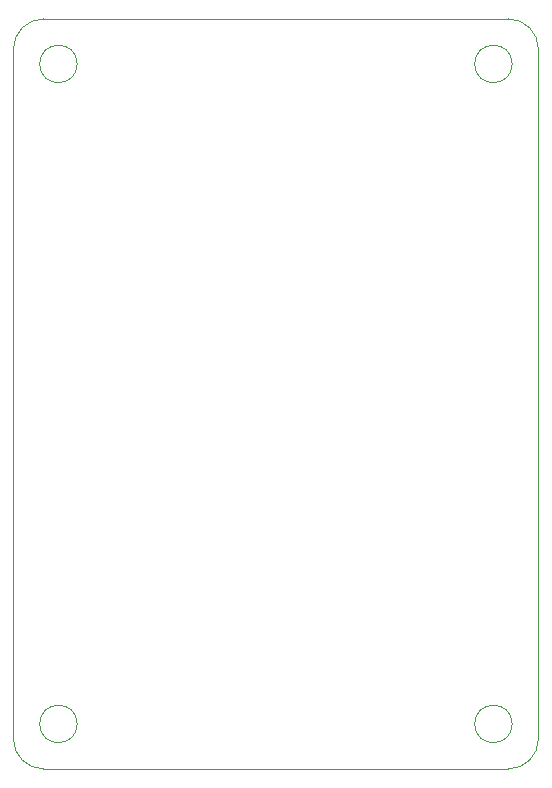
<source format=gbr>
G04 #@! TF.GenerationSoftware,KiCad,Pcbnew,(5.1.5)-2*
G04 #@! TF.CreationDate,2021-03-05T16:55:26-06:00*
G04 #@! TF.ProjectId,WirelessHeadsetPowerBoard,57697265-6c65-4737-9348-656164736574,rev?*
G04 #@! TF.SameCoordinates,Original*
G04 #@! TF.FileFunction,Profile,NP*
%FSLAX46Y46*%
G04 Gerber Fmt 4.6, Leading zero omitted, Abs format (unit mm)*
G04 Created by KiCad (PCBNEW (5.1.5)-2) date 2021-03-05 16:55:26*
%MOMM*%
%LPD*%
G04 APERTURE LIST*
%ADD10C,0.050000*%
G04 APERTURE END LIST*
D10*
X129540000Y-171450000D02*
G75*
G02X127000000Y-168910000I0J2540000D01*
G01*
X171450000Y-168910000D02*
G75*
G02X168910000Y-171450000I-2540000J0D01*
G01*
X168910000Y-107950000D02*
G75*
G02X171450000Y-110490000I0J-2540000D01*
G01*
X127000000Y-110490000D02*
G75*
G02X129540000Y-107950000I2540000J0D01*
G01*
X169227500Y-167640000D02*
G75*
G03X169227500Y-167640000I-1587500J0D01*
G01*
X132397500Y-167640000D02*
G75*
G03X132397500Y-167640000I-1587500J0D01*
G01*
X169227500Y-111760000D02*
G75*
G03X169227500Y-111760000I-1587500J0D01*
G01*
X132397500Y-111760000D02*
G75*
G03X132397500Y-111760000I-1587500J0D01*
G01*
X127000000Y-168910000D02*
X127000000Y-152400000D01*
X168910000Y-171450000D02*
X129540000Y-171450000D01*
X127000000Y-110490000D02*
X127000000Y-152400000D01*
X168910000Y-107950000D02*
X129540000Y-107950000D01*
X171450000Y-168910000D02*
X171450000Y-110490000D01*
M02*

</source>
